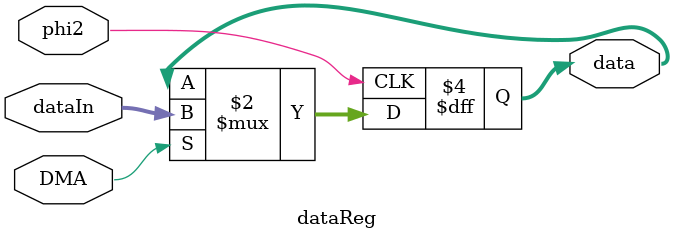
<source format=v>

`include "ANTIC_dataTranslate.v"

`define FSMinit1		3'b000
`define FSMinit2	  3'b001
`define FSMinit3    3'b010
`define FSMinit4    3'b011
`define FSMinit5    3'b100
`define FSMload1    3'b101
`define FSMload2    3'b110
`define FSMidle     3'b111
`define DMA_off     1'b0
`define DMA_on      1'b1

module ANTIC(Fphi0, LP_L, RW, RST, phi2, DB, address, AN, halt_L, NMI_L, RDY_L,
             REF_L, RNMI_L, phi0, printDLIST, cstate, data, IR_out, load_IR,
             loadDLIST_both);

      input Fphi0;
      input LP_L;
      input RW;
      input RST;
      input phi2;
      inout [7:0] DB;
      output [15:0] address;
      output [2:0] AN;
      output halt_L;
      output NMI_L;
      output RDY_L;
      output REF_L;
      output RNMI_L;
      output phi0;
      output [7:0] IR_out;
      output load_IR;
      
      // extras (remove later on)
      output [15:0] printDLIST;
      output [2:0] cstate;
      output [7:0] data;
      output [1:0] loadDLIST_both;
      
      // Hardware registers
      reg [7:0] DMACTL;   // $D400
      reg [7:0] CHACTL;   // $D401
      reg [7:0] DLISTL;   // $D402
      reg [7:0] DLISTH;   // $D403
      reg [7:0] HSCROL;   // $D404
      reg [7:0] VSCROL;   // $D405
      reg [7:0] PMBASE;   // $D407
      reg [7:0] CHBASE;   // $D409
      reg [7:0] WSYNC;    // $D40A
      reg [7:0] VCOUNT;   // $D40B
      reg [7:0] PENH;     // $D40C
      reg [7:0] PENV;     // $D40D
      reg [7:0] NMIEN;    // $D40E
      reg [7:0] NMI;      // $D40F
      
      reg DMA;
      reg ready_L;
      reg loadAddr;
      reg incr;
      reg vblank;
      reg IR_rdy;
      reg [7:0] IR;
      reg [2:0] currState;
      reg [2:0] nextState;
      reg [15:0] addressIn;
      wire [127:0] registers;
      wire [7:0] data;
      wire loadIR;
      wire loadDLISTL;
      wire loadDLISTH;
      wire DLISTend;
      wire DLISTjump;
      wire loadPtr;
      
      // * Temp:
      assign printDLIST = {DLISTH, DLISTL};
      assign halt_L = ~DMA;
      assign cstate = currState;
      assign IR_out = IR;
      assign load_IR = loadIR;
      assign loadDLIST_both = {loadDLISTH, loadDLISTL};
      // End Temp *
      
      assign registers = {NMI, NMIEN, PENV, PENH, VCOUNT, WSYNC,
                          CHBASE, 8'd0, PMBASE, 8'd0, VSCROL, HSCROL,
                          DLISTH, DLISTL, CHACTL, DMACTL};

      // Module instantiations
      
      AddressBusReg addr(.load(loadAddr), .incr(incr), .addressIn(addressIn), .addressOut(address));
      dataReg dreg(.phi2(phi2), .DMA(DMA), .dataIn(DB), .data(data));
      dataTranslate dt(.IR(IR), .IR_rdy(IR_rdy), .Fphi0(Fphi0), .RST(RST), .vblank(vblank), .AN(AN), .loadIR(loadIR),
                       .loadDLISTL(loadDLISTL), .loadDLISTH(loadDLISTH), .DLISTjump(DLISTjump), .DLISTend(DLISTend),
                       .loadPtr(loadPtr));
    
      // FSM to initialize
      always @ (posedge phi2) begin
  
        // Display list pointer changes (triggered by JUMP instruction in dataTranslate module)
        if (loadDLISTL)
          DLISTL <= IR;
        else if (loadDLISTH)
          DLISTH <= IR;
          
        // * TODO: Add vertical blank signal occurrence signal to dataTranslate module
      
        case (currState)
            // Set or clear registers to default state
            `FSMinit1:
              begin
                IR_rdy <= 1'b0;
                incr <= 1'b0;
                nextState <= `FSMinit2;
                VCOUNT <= 8'd0;
                NMIEN <= 8'd0;
                DMACTL <= 8'd0;
                addressIn <= 16'h0230; // Shadow DLISTL register
                loadAddr <= 1'b1;
                DMA <= `DMA_on;
                // * Playfield DMA clock reset?
              end
            
            `FSMinit2:
              begin
                nextState <= `FSMinit3;
                addressIn <= 16'h0231; // Shadow DLISTH register
                loadAddr <= 1'b1;
              end
              
            `FSMinit3:
              begin
                nextState <= `FSMinit4;
                DLISTL <= data;
                DMA <= `DMA_off;
              end
            
            `FSMinit4:
              begin
                nextState <= `FSMinit5;
                DLISTH <= data;
                // * Sync other hardware registers and RAM shadow registers?
              end
              
            `FSMinit5:
              begin
                nextState <= `FSMload1;
                addressIn <= {DLISTH, DLISTL};
                loadAddr <= 1'b1;
                DMA <= `DMA_on;
                // * Sync other hardware registers and RAM shadow registers?
              end
              
            `FSMload1:
              begin
                nextState <= `FSMload2;
                DMA <= `DMA_off;
              end
            
            `FSMload2:
              begin
                if (~loadPtr)
                  incr <= 1'b1; // Increment display list pointer
                IR <= data;
                IR_rdy <= 1'b1;
                
                // Additional display list commands to load (3-byte instruction)
                if (loadIR) begin
                  nextState <= `FSMload1;  
                  DMA <= `DMA_on;
                end
                
                // Pause loading
                else begin
                  nextState <= `FSMidle;
                end
              end
              
            `FSMidle:
              begin              
                // Load next display list instruction
                if (loadIR) begin
                  nextState <= `FSMload1;
                  DMA <= `DMA_on;
                end
                
                // Continue to idle
                else begin
                  nextState <= `FSMidle;
                end
              end
        endcase
      end
      
      always @ (negedge phi2) begin
        if (RST)
          currState <= `FSMinit1;
        else 
          currState <= nextState;
        
        if (incr) begin
          incr <= 1'b0;
          {DLISTH, DLISTL} <= address;
        end
        
        loadAddr <= 1'b0;
        IR_rdy <= 1'b0;
      end
      
endmodule


module AddressBusReg(load, incr, addressIn, addressOut);

	input load;
  input incr;
  input [15:0] addressIn;
	output reg [15:0] addressOut;
	
  always @ (load or incr) begin
		if (load)
      addressOut <= addressIn;
    else if (incr)
      addressOut <= addressOut + 16'd1;
	end
	
endmodule


module dataReg(phi2, DMA, dataIn, data);

	input phi2;
  input DMA;
	input [7:0] dataIn;
	output reg [7:0] data;
  
	always @(posedge phi2) begin
    if (DMA)
      data <= dataIn;
	end

endmodule

</source>
